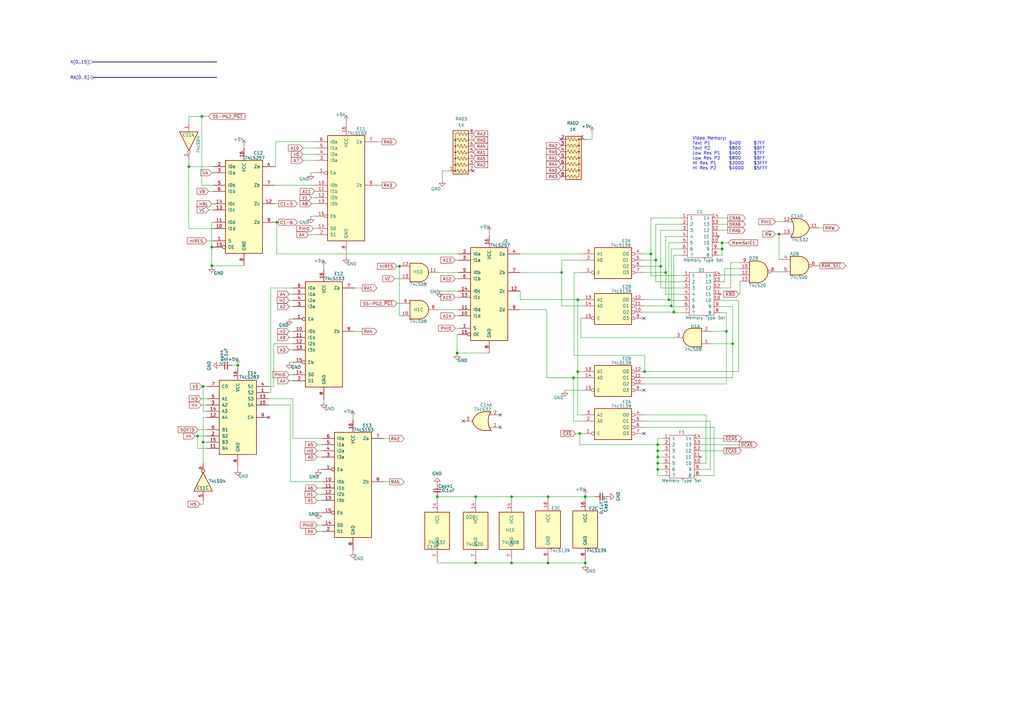
<source format=kicad_sch>
(kicad_sch (version 20230121) (generator eeschema)
  (paper "A3")
  (title_block (title "Apple II Schematic") (rev "0") (comment 1 "Captured from the Apple II Reference Manual (1979)"))
  (junction (at 86.868 108.966))
  (junction (at 240.03 203.687))
  (junction (at 113.538 91.186))
  (junction (at 163.83 109.22))
  (junction (at 271.018 109.22))
  (junction (at 195.072 203.708))
  (junction (at 275.336 125.476))
  (junction (at 83.312 181.356))
  (junction (at 209.804 203.708))
  (junction (at 269.748 189.992))
  (junction (at 269.748 182.372))
  (junction (at 195.072 230.886))
  (junction (at 224.79 230.886))
  (junction (at 300.482 140.97))
  (junction (at 273.05 111.76))
  (junction (at 240.03 230.886))
  (junction (at 237.744 177.8))
  (junction (at 82.804 47.752))
  (junction (at 269.748 187.452))
  (junction (at 81.026 178.816))
  (junction (at 296.164 99.568))
  (junction (at 209.804 230.886))
  (junction (at 269.748 192.532))
  (junction (at 187.452 144.78))
  (junction (at 230.378 111.76))
  (junction (at 224.79 203.708))
  (junction (at 236.982 152.4))
  (junction (at 269.748 184.912))
  (junction (at 266.954 104.14))
  (junction (at 297.942 135.89))
  (junction (at 274.32 122.936))
  (junction (at 264.414 152.4))
  (junction (at 86.868 101.346))
  (junction (at 83.312 158.496))
  (junction (at 276.352 128.016))
  (junction (at 268.986 106.68))
  (junction (at 77.47 68.326))
  (junction (at 296.164 102.108))
  (junction (at 235.204 154.94))
  (junction (at 240.03 203.708))
  (junction (at 319.532 96.012))
  (junction (at 179.3633 203.708))
  (junction (at 236.982 122.936))
  (junction (at 97.536 149.86))
  (no_connect (at 230.124 57.15))
  (no_connect (at 189.992 172.72))
  (no_connect (at 205.232 170.18))
  (no_connect (at 110.236 171.196))
  (no_connect (at 264.16 160.02))
  (no_connect (at 194.056 70.104))
  (no_connect (at 264.16 130.556))
  (no_connect (at 205.232 175.26))
  (no_connect (at 264.16 177.8))
  (wire (pts (xy 266.954 104.14) (xy 266.954 89.408)))
  (wire (pts (xy 237.744 182.372) (xy 269.748 182.372)))
  (wire (pts (xy 97.536 192.532) (xy 97.536 191.516)))
  (wire (pts (xy 235.966 177.8) (xy 237.744 177.8)))
  (wire (pts (xy 236.982 170.18) (xy 238.76 170.18)))
  (wire (pts (xy 264.414 152.4) (xy 303.022 152.4)))
  (wire (pts (xy 235.204 154.94) (xy 235.204 172.72)))
  (wire (pts (xy 110.998 161.036) (xy 110.998 118.11)))
  (wire (pts (xy 319.532 96.012) (xy 320.548 96.012)))
  (wire (pts (xy 303.022 120.65) (xy 303.53 120.65)))
  (wire (pts (xy 235.458 145.796) (xy 264.414 145.796)))
  (wire (pts (xy 298.704 99.568) (xy 296.164 99.568)))
  (wire (pts (xy 268.986 115.57) (xy 280.162 115.57)))
  (wire (pts (xy 279.4 97.028) (xy 273.05 97.028)))
  (wire (pts (xy 294.64 89.408) (xy 298.45 89.408)))
  (wire (pts (xy 272.034 195.072) (xy 269.748 195.072)))
  (wire (pts (xy 186.69 114.3) (xy 187.96 114.3)))
  (wire (pts (xy 130.048 187.452) (xy 132.08 187.452)))
  (wire (pts (xy 87.376 91.186) (xy 86.868 91.186)))
  (wire (pts (xy 295.402 123.19) (xy 303.022 123.19)))
  (wire (pts (xy 179.578 111.76) (xy 187.96 111.76)))
  (wire (pts (xy 82.804 47.752) (xy 77.47 47.752)))
  (wire (pts (xy 319.532 96.012) (xy 319.532 106.426)))
  (wire (pts (xy 292.862 175.26) (xy 292.862 195.072)))
  (wire (pts (xy 238.76 125.476) (xy 230.378 125.476)))
  (wire (pts (xy 113.03 58.166) (xy 129.286 58.166)))
  (wire (pts (xy 274.32 123.19) (xy 280.162 123.19)))
  (wire (pts (xy 240.03 231.394) (xy 240.03 230.886)))
  (wire (pts (xy 231.648 160.02) (xy 238.76 160.02)))
  (wire (pts (xy 83.312 168.656) (xy 84.836 168.656)))
  (wire (pts (xy 289.56 189.992) (xy 287.274 189.992)))
  (wire (pts (xy 195.072 230.886) (xy 209.804 230.886)))
  (wire (pts (xy 144.78 226.314) (xy 144.78 225.552)))
  (wire (pts (xy 318.008 90.932) (xy 320.548 90.932)))
  (bus (pts (xy 38.1 31.75) (xy 88.9 31.75)))
  (wire (pts (xy 273.05 111.76) (xy 273.05 120.65)))
  (wire (pts (xy 124.206 63.246) (xy 129.286 63.246)))
  (wire (pts (xy 186.69 121.92) (xy 187.96 121.92)))
  (wire (pts (xy 127.762 81.026) (xy 129.286 81.026)))
  (wire (pts (xy 224.79 203.708) (xy 240.03 203.708)))
  (wire (pts (xy 264.16 172.72) (xy 291.338 172.72)))
  (wire (pts (xy 187.452 145.034) (xy 187.452 144.78)))
  (wire (pts (xy 163.83 129.54) (xy 164.338 129.54)))
  (wire (pts (xy 240.03 203.687) (xy 240.03 203.708)))
  (wire (pts (xy 85.598 86.106) (xy 87.376 86.106)))
  (wire (pts (xy 120.142 179.832) (xy 132.08 179.832)))
  (wire (pts (xy 118.618 120.65) (xy 120.142 120.65)))
  (wire (pts (xy 335.788 93.472) (xy 337.82 93.472)))
  (wire (pts (xy 118.618 125.73) (xy 120.142 125.73)))
  (wire (pts (xy 118.618 153.67) (xy 120.142 153.67)))
  (wire (pts (xy 113.538 91.186) (xy 114.3 91.186)))
  (wire (pts (xy 186.69 106.68) (xy 187.96 106.68)))
  (wire (pts (xy 276.352 128.27) (xy 280.162 128.27)))
  (wire (pts (xy 86.868 101.346) (xy 86.868 108.966)))
  (wire (pts (xy 240.03 230.886) (xy 240.03 229.87)))
  (wire (pts (xy 110.236 166.116) (xy 119.126 166.116)))
  (wire (pts (xy 124.206 60.706) (xy 129.286 60.706)))
  (wire (pts (xy 264.16 128.016) (xy 276.352 128.016)))
  (wire (pts (xy 264.16 111.76) (xy 273.05 111.76)))
  (wire (pts (xy 295.402 118.11) (xy 299.72 118.11)))
  (wire (pts (xy 186.69 129.54) (xy 187.96 129.54)))
  (wire (pts (xy 124.206 65.786) (xy 129.286 65.786)))
  (wire (pts (xy 82.042 206.756) (xy 83.312 206.756)))
  (wire (pts (xy 119.126 197.612) (xy 132.08 197.612)))
  (wire (pts (xy 195.072 203.708) (xy 179.3633 203.708)))
  (wire (pts (xy 303.022 123.19) (xy 303.022 152.4)))
  (wire (pts (xy 238.76 154.94) (xy 235.204 154.94)))
  (wire (pts (xy 87.376 101.346) (xy 86.868 101.346)))
  (wire (pts (xy 85.598 78.486) (xy 87.376 78.486)))
  (wire (pts (xy 127.762 83.566) (xy 129.286 83.566)))
  (wire (pts (xy 82.804 158.496) (xy 83.312 158.496)))
  (wire (pts (xy 297.18 110.236) (xy 303.53 110.236)))
  (wire (pts (xy 163.83 109.22) (xy 163.83 129.54)))
  (wire (pts (xy 295.402 115.57) (xy 297.18 115.57)))
  (wire (pts (xy 279.4 89.408) (xy 266.954 89.408)))
  (wire (pts (xy 319.532 106.426) (xy 320.294 106.426)))
  (wire (pts (xy 209.804 230.378) (xy 209.804 230.886)))
  (wire (pts (xy 81.026 178.816) (xy 81.026 183.896)))
  (wire (pts (xy 110.236 163.576) (xy 120.142 163.576)))
  (wire (pts (xy 238.252 138.43) (xy 238.252 130.556)))
  (wire (pts (xy 287.274 182.372) (xy 303.276 182.372)))
  (wire (pts (xy 268.986 106.68) (xy 268.986 91.948)))
  (wire (pts (xy 224.282 127) (xy 224.282 154.94)))
  (wire (pts (xy 236.982 122.936) (xy 236.982 152.4)))
  (wire (pts (xy 118.618 143.51) (xy 120.142 143.51)))
  (wire (pts (xy 303.53 120.65) (xy 303.53 115.316)))
  (wire (pts (xy 264.16 175.26) (xy 292.862 175.26)))
  (wire (pts (xy 127.508 88.646) (xy 129.286 88.646)))
  (wire (pts (xy 163.83 109.22) (xy 164.338 109.22)))
  (wire (pts (xy 83.312 181.356) (xy 84.836 181.356)))
  (wire (pts (xy 112.268 158.496) (xy 112.268 140.97)))
  (wire (pts (xy 279.4 91.948) (xy 268.986 91.948)))
  (wire (pts (xy 279.4 99.568) (xy 274.32 99.568)))
  (wire (pts (xy 275.336 125.73) (xy 275.336 125.476)))
  (wire (pts (xy 238.76 122.936) (xy 236.982 122.936)))
  (wire (pts (xy 154.686 75.946) (xy 156.718 75.946)))
  (wire (pts (xy 242.824 54.61) (xy 242.824 57.15)))
  (wire (pts (xy 299.72 118.11) (xy 299.72 107.696)))
  (wire (pts (xy 268.986 106.68) (xy 268.986 115.57)))
  (wire (pts (xy 200.66 95.504) (xy 200.66 96.52)))
  (wire (pts (xy 235.458 111.76) (xy 235.458 145.796)))
  (wire (pts (xy 83.312 206.756) (xy 83.312 205.232)))
  (wire (pts (xy 84.836 171.196) (xy 83.312 171.196)))
  (wire (pts (xy 264.16 154.94) (xy 300.482 154.94)))
  (wire (pts (xy 209.804 230.886) (xy 224.79 230.886)))
  (wire (pts (xy 187.452 144.78) (xy 200.66 144.78)))
  (wire (pts (xy 83.312 189.992) (xy 83.312 181.356)))
  (wire (pts (xy 162.814 109.22) (xy 163.83 109.22)))
  (wire (pts (xy 236.982 152.4) (xy 238.76 152.4)))
  (wire (pts (xy 287.274 195.072) (xy 292.862 195.072)))
  (wire (pts (xy 335.534 108.966) (xy 336.296 108.966)))
  (wire (pts (xy 112.776 83.566) (xy 114.3 83.566)))
  (wire (pts (xy 264.414 152.4) (xy 264.16 152.4)))
  (wire (pts (xy 118.618 135.89) (xy 120.142 135.89)))
  (wire (pts (xy 269.748 184.912) (xy 269.748 182.372)))
  (wire (pts (xy 179.324 203.708) (xy 179.324 204.978)))
  (wire (pts (xy 86.868 70.866) (xy 87.376 70.866)))
  (wire (pts (xy 295.402 128.27) (xy 297.942 128.27)))
  (wire (pts (xy 128.524 93.726) (xy 129.286 93.726)))
  (wire (pts (xy 245.11 203.687) (xy 245.11 203.708)))
  (wire (pts (xy 179.324 230.886) (xy 179.324 230.378)))
  (wire (pts (xy 213.36 127) (xy 224.282 127)))
  (wire (pts (xy 110.998 118.11) (xy 120.142 118.11)))
  (wire (pts (xy 187.452 144.78) (xy 187.452 137.16)))
  (wire (pts (xy 80.01 178.816) (xy 81.026 178.816)))
  (wire (pts (xy 224.79 230.886) (xy 240.03 230.886)))
  (wire (pts (xy 156.718 58.166) (xy 154.686 58.166)))
  (wire (pts (xy 296.164 102.108) (xy 296.164 99.568)))
  (wire (pts (xy 279.4 102.108) (xy 275.336 102.108)))
  (wire (pts (xy 224.79 204.47) (xy 224.79 203.708)))
  (wire (pts (xy 162.814 124.46) (xy 164.338 124.46)))
  (wire (pts (xy 95.25 149.86) (xy 97.536 149.86)))
  (wire (pts (xy 272.034 192.532) (xy 269.748 192.532)))
  (wire (pts (xy 274.32 99.568) (xy 274.32 122.936)))
  (wire (pts (xy 271.018 109.22) (xy 271.018 118.11)))
  (wire (pts (xy 130.048 200.152) (xy 132.08 200.152)))
  (wire (pts (xy 157.48 197.612) (xy 159.766 197.612)))
  (wire (pts (xy 240.03 203.687) (xy 245.11 203.687)))
  (wire (pts (xy 180.34 119.38) (xy 187.96 119.38)))
  (wire (pts (xy 129.032 78.486) (xy 129.286 78.486)))
  (wire (pts (xy 83.312 158.496) (xy 83.312 168.656)))
  (wire (pts (xy 77.47 65.532) (xy 77.47 68.326)))
  (wire (pts (xy 291.338 172.72) (xy 291.338 192.532)))
  (wire (pts (xy 264.16 170.18) (xy 289.56 170.18)))
  (wire (pts (xy 181.356 70.104) (xy 181.356 73.914)))
  (wire (pts (xy 118.618 130.81) (xy 120.142 130.81)))
  (wire (pts (xy 127.508 71.12) (xy 127.508 70.866)))
  (wire (pts (xy 183.896 70.104) (xy 181.356 70.104)))
  (wire (pts (xy 83.312 171.196) (xy 83.312 181.356)))
  (wire (pts (xy 119.126 166.116) (xy 119.126 197.612)))
  (wire (pts (xy 85.598 47.752) (xy 82.804 47.752)))
  (wire (pts (xy 112.268 140.97) (xy 120.142 140.97)))
  (wire (pts (xy 113.538 104.14) (xy 187.96 104.14)))
  (wire (pts (xy 132.842 109.474) (xy 132.842 110.49)))
  (wire (pts (xy 273.05 111.76) (xy 273.05 97.028)))
  (wire (pts (xy 275.336 102.108) (xy 275.336 125.476)))
  (wire (pts (xy 264.16 122.936) (xy 274.32 122.936)))
  (wire (pts (xy 132.842 164.846) (xy 132.842 163.83)))
  (wire (pts (xy 77.47 93.726) (xy 87.376 93.726)))
  (wire (pts (xy 118.618 138.43) (xy 120.142 138.43)))
  (wire (pts (xy 272.034 187.452) (xy 269.748 187.452)))
  (wire (pts (xy 297.18 115.57) (xy 297.18 110.236)))
  (wire (pts (xy 264.16 106.68) (xy 268.986 106.68)))
  (wire (pts (xy 271.018 118.11) (xy 280.162 118.11)))
  (wire (pts (xy 296.164 99.568) (xy 294.64 99.568)))
  (wire (pts (xy 110.236 158.496) (xy 112.268 158.496)))
  (wire (pts (xy 113.03 68.326) (xy 113.03 58.166)))
  (wire (pts (xy 213.36 104.14) (xy 238.76 104.14)))
  (wire (pts (xy 224.79 229.87) (xy 224.79 230.886)))
  (wire (pts (xy 271.018 109.22) (xy 271.018 94.488)))
  (wire (pts (xy 279.4 104.648) (xy 276.352 104.648)))
  (wire (pts (xy 273.05 120.65) (xy 280.162 120.65)))
  (wire (pts (xy 294.64 104.648) (xy 296.164 104.648)))
  (wire (pts (xy 269.748 187.452) (xy 269.748 184.912)))
  (wire (pts (xy 238.76 111.76) (xy 235.458 111.76)))
  (wire (pts (xy 269.748 189.992) (xy 269.748 187.452)))
  (wire (pts (xy 82.55 163.576) (xy 84.836 163.576)))
  (wire (pts (xy 77.47 68.326) (xy 77.47 93.726)))
  (wire (pts (xy 287.274 179.832) (xy 296.926 179.832)))
  (wire (pts (xy 130.048 182.372) (xy 132.08 182.372)))
  (wire (pts (xy 213.36 122.936) (xy 236.982 122.936)))
  (wire (pts (xy 269.748 192.532) (xy 269.748 189.992)))
  (wire (pts (xy 209.804 204.978) (xy 209.804 203.708)))
  (wire (pts (xy 264.16 125.476) (xy 275.336 125.476)))
  (wire (pts (xy 269.748 182.372) (xy 269.748 179.832)))
  (wire (pts (xy 195.072 203.708) (xy 195.072 204.978)))
  (wire (pts (xy 130.556 192.532) (xy 132.08 192.532)))
  (wire (pts (xy 209.804 203.708) (xy 224.79 203.708)))
  (wire (pts (xy 118.618 148.59) (xy 120.142 148.59)))
  (wire (pts (xy 238.252 138.43) (xy 276.352 138.43)))
  (wire (pts (xy 264.16 104.14) (xy 266.954 104.14)))
  (wire (pts (xy 266.954 104.14) (xy 266.954 113.03)))
  (wire (pts (xy 118.618 123.19) (xy 120.142 123.19)))
  (wire (pts (xy 100.076 59.944) (xy 100.076 60.706)))
  (wire (pts (xy 276.352 128.27) (xy 276.352 128.016)))
  (bus (pts (xy 38.1 25.4) (xy 88.9 25.4)))
  (wire (pts (xy 130.048 202.692) (xy 132.08 202.692)))
  (wire (pts (xy 296.164 104.648) (xy 296.164 102.108)))
  (wire (pts (xy 112.776 91.186) (xy 113.538 91.186)))
  (wire (pts (xy 81.026 183.896) (xy 84.836 183.896)))
  (wire (pts (xy 130.048 205.232) (xy 132.08 205.232)))
  (wire (pts (xy 84.836 178.816) (xy 81.026 178.816)))
  (wire (pts (xy 237.744 177.8) (xy 237.744 182.372)))
  (wire (pts (xy 130.556 210.312) (xy 132.08 210.312)))
  (wire (pts (xy 275.336 125.73) (xy 280.162 125.73)))
  (wire (pts (xy 97.536 149.86) (xy 97.536 150.876)))
  (wire (pts (xy 141.986 105.41) (xy 141.986 103.886)))
  (wire (pts (xy 148.59 135.89) (xy 145.542 135.89)))
  (wire (pts (xy 113.538 91.186) (xy 113.538 104.14)))
  (wire (pts (xy 161.798 114.3) (xy 164.338 114.3)))
  (wire (pts (xy 81.28 176.276) (xy 84.836 176.276)))
  (wire (pts (xy 224.282 154.94) (xy 235.204 154.94)))
  (wire (pts (xy 110.236 161.036) (xy 110.998 161.036)))
  (wire (pts (xy 230.378 125.476) (xy 230.378 111.76)))
  (wire (pts (xy 213.36 111.76) (xy 230.378 111.76)))
  (wire (pts (xy 294.64 91.948) (xy 298.45 91.948)))
  (wire (pts (xy 269.748 195.072) (xy 269.748 192.532)))
  (wire (pts (xy 87.376 75.946) (xy 82.804 75.946)))
  (wire (pts (xy 240.284 57.15) (xy 242.824 57.15)))
  (wire (pts (xy 272.034 184.912) (xy 269.748 184.912)))
  (wire (pts (xy 112.776 68.326) (xy 113.03 68.326)))
  (wire (pts (xy 83.312 158.496) (xy 84.836 158.496)))
  (wire (pts (xy 209.804 203.708) (xy 195.072 203.708)))
  (wire (pts (xy 295.402 113.03) (xy 295.402 112.776)))
  (wire (pts (xy 299.72 107.696) (xy 303.53 107.696)))
  (wire (pts (xy 300.482 140.97) (xy 300.482 154.94)))
  (wire (pts (xy 272.034 189.992) (xy 269.748 189.992)))
  (wire (pts (xy 186.69 134.62) (xy 187.96 134.62)))
  (wire (pts (xy 112.776 75.946) (xy 129.286 75.946)))
  (wire (pts (xy 289.56 170.18) (xy 289.56 189.992)))
  (wire (pts (xy 141.986 49.784) (xy 141.986 50.546)))
  (wire (pts (xy 264.16 157.48) (xy 297.942 157.48)))
  (wire (pts (xy 195.072 230.378) (xy 195.072 230.886)))
  (wire (pts (xy 130.048 215.392) (xy 132.08 215.392)))
  (wire (pts (xy 279.4 94.488) (xy 271.018 94.488)))
  (wire (pts (xy 86.868 83.566) (xy 87.376 83.566)))
  (wire (pts (xy 230.378 106.68) (xy 238.76 106.68)))
  (wire (pts (xy 318.008 96.012) (xy 319.532 96.012)))
  (wire (pts (xy 230.378 111.76) (xy 230.378 106.68)))
  (wire (pts (xy 266.954 113.03) (xy 280.162 113.03)))
  (wire (pts (xy 318.77 111.506) (xy 320.294 111.506)))
  (wire (pts (xy 84.836 98.806) (xy 87.376 98.806)))
  (wire (pts (xy 237.744 177.8) (xy 238.76 177.8)))
  (wire (pts (xy 82.804 75.946) (xy 82.804 47.752)))
  (wire (pts (xy 148.59 118.11) (xy 145.542 118.11)))
  (wire (pts (xy 240.03 203.2) (xy 240.03 203.687)))
  (wire (pts (xy 287.274 192.532) (xy 291.338 192.532)))
  (wire (pts (xy 179.578 127) (xy 187.96 127)))
  (wire (pts (xy 297.942 128.27) (xy 297.942 135.89)))
  (wire (pts (xy 86.868 108.966) (xy 86.868 109.22)))
  (wire (pts (xy 240.03 203.708) (xy 240.03 204.47)))
  (wire (pts (xy 157.48 179.832) (xy 159.766 179.832)))
  (wire (pts (xy 118.618 156.21) (xy 120.142 156.21)))
  (wire (pts (xy 187.452 137.16) (xy 187.96 137.16)))
  (wire (pts (xy 144.78 171.196) (xy 144.78 172.212)))
  (wire (pts (xy 291.592 140.97) (xy 300.482 140.97)))
  (wire (pts (xy 127.508 88.9) (xy 127.508 88.646)))
  (wire (pts (xy 213.36 119.38) (xy 213.36 122.936)))
  (wire (pts (xy 276.352 104.648) (xy 276.352 128.016)))
  (wire (pts (xy 127.508 70.866) (xy 129.286 70.866)))
  (wire (pts (xy 77.47 47.752) (xy 77.47 50.292)))
  (wire (pts (xy 269.748 179.832) (xy 272.034 179.832)))
  (wire (pts (xy 238.252 130.556) (xy 238.76 130.556)))
  (wire (pts (xy 179.3633 203.708) (xy 179.324 203.708)))
  (wire (pts (xy 195.072 230.886) (xy 179.324 230.886)))
  (wire (pts (xy 295.402 125.73) (xy 300.482 125.73)))
  (wire (pts (xy 126.492 96.266) (xy 129.286 96.266)))
  (wire (pts (xy 294.64 102.108) (xy 296.164 102.108)))
  (wire (pts (xy 86.868 91.186) (xy 86.868 101.346)))
  (wire (pts (xy 297.942 135.89) (xy 297.942 157.48)))
  (wire (pts (xy 235.204 172.72) (xy 238.76 172.72)))
  (wire (pts (xy 245.11 203.708) (xy 244.094 203.708)))
  (wire (pts (xy 82.55 166.116) (xy 84.836 166.116)))
  (wire (pts (xy 300.482 125.73) (xy 300.482 140.97)))
  (wire (pts (xy 264.414 152.4) (xy 264.414 145.796)))
  (wire (pts (xy 295.402 112.776) (xy 303.53 112.776)))
  (wire (pts (xy 264.16 109.22) (xy 271.018 109.22)))
  (wire (pts (xy 130.048 184.912) (xy 132.08 184.912)))
  (wire (pts (xy 272.034 182.372) (xy 269.748 182.372)))
  (wire (pts (xy 274.32 123.19) (xy 274.32 122.936)))
  (wire (pts (xy 100.076 108.966) (xy 86.868 108.966)))
  (wire (pts (xy 291.592 135.89) (xy 297.942 135.89)))
  (wire (pts (xy 287.274 184.912) (xy 296.926 184.912)))
  (wire (pts (xy 130.048 217.932) (xy 132.08 217.932)))
  (wire (pts (xy 120.142 163.576) (xy 120.142 179.832)))
  (wire (pts (xy 87.376 68.326) (xy 77.47 68.326)))
  (wire (pts (xy 236.982 152.4) (xy 236.982 170.18)))
  (wire (pts (xy 294.64 94.488) (xy 298.45 94.488)))
  (text "Video Memory:\nText P1		$400	$7FF\nText P2		$800	$BFF\nLow Res P1	$400	$7FF\nLow Res P2	$800	$BFF\nHi Res P1	$2000	$3FFF\nHi Res P2	$4000	$5FFF" (at 283.972 69.85 0) (effects (font (size 1.27 1.27)) (justify left bottom)))
  (global_label "SS-PG2_~{PG1}" (shape input) (at 85.598 47.752 0) (property "Intersheetrefs" "${INTERSHEET_REFS}" (effects hide)))
  (global_label "PHI0" (shape input) (at 118.618 153.67 180) (property "Intersheetrefs" "${INTERSHEET_REFS}" (effects hide)))
  (global_label "RA2" (shape input) (at 230.124 59.69 180) (property "Intersheetrefs" "${INTERSHEET_REFS}" (effects hide)))
  (global_label "V2" (shape input) (at 118.618 135.89 180) (property "Intersheetrefs" "${INTERSHEET_REFS}" (effects hide)))
  (global_label "~{CAS}" (shape input) (at 235.966 177.8 180) (property "Intersheetrefs" "${INTERSHEET_REFS}" (effects hide)))
  (global_label "V1" (shape input) (at 127.762 81.026 180) (property "Intersheetrefs" "${INTERSHEET_REFS}" (effects hide)))
  (global_label "~{DCAS}" (shape output) (at 303.276 182.372 0) (property "Intersheetrefs" "${INTERSHEET_REFS}" (effects hide)))
  (global_label "RA4" (shape input) (at 230.124 67.31 180) (property "Intersheetrefs" "${INTERSHEET_REFS}" (effects hide)))
  (global_label "~{CCAS}" (shape output) (at 296.926 179.832 0) (property "Intersheetrefs" "${INTERSHEET_REFS}" (effects hide)))
  (global_label "A0" (shape input) (at 130.048 187.452 180) (property "Intersheetrefs" "${INTERSHEET_REFS}" (effects hide)))
  (global_label "H5" (shape input) (at 82.042 206.756 180) (property "Intersheetrefs" "${INTERSHEET_REFS}" (effects hide)))
  (global_label "RA1" (shape input) (at 194.056 62.484 0) (property "Intersheetrefs" "${INTERSHEET_REFS}" (effects hide)))
  (global_label "HIRES" (shape input) (at 162.814 109.22 180) (property "Intersheetrefs" "${INTERSHEET_REFS}" (effects hide)))
  (global_label "A10" (shape input) (at 124.206 60.706 180) (property "Intersheetrefs" "${INTERSHEET_REFS}" (effects hide)))
  (global_label "RA4" (shape input) (at 194.056 59.944 0) (property "Intersheetrefs" "${INTERSHEET_REFS}" (effects hide)))
  (global_label "RA4" (shape output) (at 148.59 135.89 0) (property "Intersheetrefs" "${INTERSHEET_REFS}" (effects hide)))
  (global_label "VC" (shape input) (at 85.598 86.106 180) (property "Intersheetrefs" "${INTERSHEET_REFS}" (effects hide)))
  (global_label "A11" (shape input) (at 129.032 78.486 180) (property "Intersheetrefs" "${INTERSHEET_REFS}" (effects hide)))
  (global_label "RA0" (shape output) (at 156.718 58.166 0) (property "Intersheetrefs" "${INTERSHEET_REFS}" (effects hide)))
  (global_label "~{RAM_SEL}" (shape output) (at 336.296 108.966 0) (property "Intersheetrefs" "${INTERSHEET_REFS}" (effects hide)))
  (global_label "A1" (shape input) (at 130.048 205.232 180) (property "Intersheetrefs" "${INTERSHEET_REFS}" (effects hide)))
  (global_label "PHI0" (shape input) (at 130.048 215.392 180) (property "Intersheetrefs" "${INTERSHEET_REFS}" (effects hide)))
  (global_label "RRW" (shape output) (at 337.82 93.472 0) (property "Intersheetrefs" "${INTERSHEET_REFS}" (effects hide)))
  (global_label "AX" (shape input) (at 126.492 96.266 180) (property "Intersheetrefs" "${INTERSHEET_REFS}" (effects hide)))
  (global_label "A14" (shape input) (at 186.69 129.54 180) (property "Intersheetrefs" "${INTERSHEET_REFS}" (effects hide)))
  (global_label "H4" (shape input) (at 82.55 166.116 180) (property "Intersheetrefs" "${INTERSHEET_REFS}" (effects hide)))
  (global_label "HIRES" (shape input) (at 84.836 98.806 180) (property "Intersheetrefs" "${INTERSHEET_REFS}" (effects hide)))
  (global_label "H2" (shape input) (at 118.618 123.19 180) (property "Intersheetrefs" "${INTERSHEET_REFS}" (effects hide)))
  (global_label "C1-5" (shape output) (at 114.3 83.566 0) (property "Intersheetrefs" "${INTERSHEET_REFS}" (effects hide)))
  (global_label "A13" (shape input) (at 186.69 106.68 180) (property "Intersheetrefs" "${INTERSHEET_REFS}" (effects hide)))
  (global_label "H1" (shape input) (at 130.048 202.692 180) (property "Intersheetrefs" "${INTERSHEET_REFS}" (effects hide)))
  (global_label "RA3" (shape output) (at 156.718 75.946 0) (property "Intersheetrefs" "${INTERSHEET_REFS}" (effects hide)))
  (global_label "H0" (shape input) (at 130.048 184.912 180) (property "Intersheetrefs" "${INTERSHEET_REFS}" (effects hide)))
  (global_label "RA0" (shape input) (at 230.124 69.85 180) (property "Intersheetrefs" "${INTERSHEET_REFS}" (effects hide)))
  (global_label "A6" (shape input) (at 130.048 200.152 180) (property "Intersheetrefs" "${INTERSHEET_REFS}" (effects hide)))
  (global_label "A9" (shape input) (at 118.618 138.43 180) (property "Intersheetrefs" "${INTERSHEET_REFS}" (effects hide)))
  (global_label "RA2" (shape output) (at 159.766 179.832 0) (property "Intersheetrefs" "${INTERSHEET_REFS}" (effects hide)))
  (global_label "AX" (shape input) (at 118.618 156.21 180) (property "Intersheetrefs" "${INTERSHEET_REFS}" (effects hide)))
  (global_label "RA5" (shape output) (at 159.766 197.612 0) (property "Intersheetrefs" "${INTERSHEET_REFS}" (effects hide)))
  (global_label "V0" (shape input) (at 124.206 63.246 180) (property "Intersheetrefs" "${INTERSHEET_REFS}" (effects hide)))
  (global_label "VC" (shape input) (at 161.798 114.3 180) (property "Intersheetrefs" "${INTERSHEET_REFS}" (effects hide)))
  (global_label "C1-6" (shape output) (at 114.3 91.186 0) (property "Intersheetrefs" "${INTERSHEET_REFS}" (effects hide)))
  (global_label "RA2" (shape input) (at 194.056 67.564 0) (property "Intersheetrefs" "${INTERSHEET_REFS}" (effects hide)))
  (global_label "ERA6" (shape output) (at 298.45 94.488 0) (property "Intersheetrefs" "${INTERSHEET_REFS}" (effects hide)))
  (global_label "A8" (shape input) (at 127.762 83.566 180) (property "Intersheetrefs" "${INTERSHEET_REFS}" (effects hide)))
  (global_label "DRA6" (shape output) (at 298.45 91.948 0) (property "Intersheetrefs" "${INTERSHEET_REFS}" (effects hide)))
  (global_label "SS-PG2_~{PG1}" (shape input) (at 162.814 124.46 180) (property "Intersheetrefs" "${INTERSHEET_REFS}" (effects hide)))
  (global_label "A15" (shape input) (at 186.69 121.92 180) (property "Intersheetrefs" "${INTERSHEET_REFS}" (effects hide)))
  (global_label "A7" (shape input) (at 124.206 65.786 180) (property "Intersheetrefs" "${INTERSHEET_REFS}" (effects hide)))
  (global_label "RA1" (shape input) (at 230.124 64.77 180) (property "Intersheetrefs" "${INTERSHEET_REFS}" (effects hide)))
  (global_label "RA5" (shape input) (at 230.124 62.23 180) (property "Intersheetrefs" "${INTERSHEET_REFS}" (effects hide)))
  (global_label "V4" (shape input) (at 80.01 178.816 180) (property "Intersheetrefs" "${INTERSHEET_REFS}" (effects hide)))
  (global_label "MemSelE1" (shape input) (at 298.704 99.568 0) (property "Intersheetrefs" "${INTERSHEET_REFS}" (effects hide)))
  (global_label "A2" (shape input) (at 118.618 125.73 180) (property "Intersheetrefs" "${INTERSHEET_REFS}" (effects hide)))
  (global_label "RA1" (shape output) (at 148.59 118.11 0) (property "Intersheetrefs" "${INTERSHEET_REFS}" (effects hide)))
  (global_label "PHI0" (shape input) (at 128.524 93.726 180) (property "Intersheetrefs" "${INTERSHEET_REFS}" (effects hide)))
  (global_label "PHI1" (shape input) (at 318.008 90.932 180) (property "Intersheetrefs" "${INTERSHEET_REFS}" (effects hide)))
  (global_label "VB" (shape input) (at 85.598 78.486 180) (property "Intersheetrefs" "${INTERSHEET_REFS}" (effects hide)))
  (global_label "A4" (shape input) (at 118.618 120.65 180) (property "Intersheetrefs" "${INTERSHEET_REFS}" (effects hide)))
  (global_label "PHI0" (shape input) (at 186.69 134.62 180) (property "Intersheetrefs" "${INTERSHEET_REFS}" (effects hide)))
  (global_label "V3" (shape input) (at 82.804 158.496 180) (property "Intersheetrefs" "${INTERSHEET_REFS}" (effects hide)))
  (global_label "RA3" (shape input) (at 194.056 54.864 0) (property "Intersheetrefs" "${INTERSHEET_REFS}" (effects hide)))
  (global_label "RA0" (shape input) (at 194.056 57.404 0) (property "Intersheetrefs" "${INTERSHEET_REFS}" (effects hide)))
  (global_label "RA3" (shape input) (at 230.124 72.39 180) (property "Intersheetrefs" "${INTERSHEET_REFS}" (effects hide)))
  (global_label "A3" (shape input) (at 118.618 143.51 180) (property "Intersheetrefs" "${INTERSHEET_REFS}" (effects hide)))
  (global_label "AX" (shape input) (at 130.048 217.932 180) (property "Intersheetrefs" "${INTERSHEET_REFS}" (effects hide)))
  (global_label "SOFT5" (shape input) (at 81.28 176.276 180) (property "Intersheetrefs" "${INTERSHEET_REFS}" (effects hide)))
  (global_label "H3" (shape input) (at 82.55 163.576 180) (property "Intersheetrefs" "${INTERSHEET_REFS}" (effects hide)))
  (global_label "~{ECAS}" (shape output) (at 296.926 184.912 0) (property "Intersheetrefs" "${INTERSHEET_REFS}" (effects hide)))
  (global_label "RA5" (shape input) (at 194.056 65.024 0) (property "Intersheetrefs" "${INTERSHEET_REFS}" (effects hide)))
  (global_label "R~{W}" (shape input) (at 318.008 96.012 180) (property "Intersheetrefs" "${INTERSHEET_REFS}" (effects hide)))
  (global_label "HBL" (shape input) (at 86.868 83.566 180) (property "Intersheetrefs" "${INTERSHEET_REFS}" (effects hide)))
  (global_label "~{KBD}" (shape input) (at 303.022 120.65 180) (property "Intersheetrefs" "${INTERSHEET_REFS}" (effects hide)))
  (global_label "VA" (shape input) (at 86.868 70.866 180) (property "Intersheetrefs" "${INTERSHEET_REFS}" (effects hide)))
  (global_label "A5" (shape input) (at 130.048 182.372 180) (property "Intersheetrefs" "${INTERSHEET_REFS}" (effects hide)))
  (global_label "A12" (shape input) (at 186.69 114.3 180) (property "Intersheetrefs" "${INTERSHEET_REFS}" (effects hide)))
  (global_label "CRA6" (shape output) (at 298.45 89.408 0) (property "Intersheetrefs" "${INTERSHEET_REFS}" (effects hide)))
  (hierarchical_label "RA[0..5]" (shape output) (at 38.1 31.75 180))
  (hierarchical_label "A[0..15]" (shape input) (at 38.1 25.4 180))
  (symbol (lib_id "74xx:74LS153") (at 141.986 75.946 0) (unit 1)
    (property "Reference" "E11" (at 148.082 52.832 0))
    (property "Value" "74LS153" (at 146.304 54.61 0))
    (property "Footprint" "Package_DIP:DIP-16_W7.62mm" (effects hide))
    (property "Datasheet" "http://www.ti.com/lit/gpn/sn74LS153" (effects hide))
  )
  (symbol (lib_id "74xx:74LS153") (at 132.842 135.89 0) (unit 1)
    (property "Reference" "E12" (at 138.938 112.268 0))
    (property "Value" "74LS153" (at 137.16 114.3 0))
    (property "Footprint" "Package_DIP:DIP-16_W7.62mm" (effects hide))
    (property "Datasheet" "http://www.ti.com/lit/gpn/sn74LS153" (effects hide))
  )
  (symbol (lib_id "74xx:74LS153") (at 144.78 197.612 0) (unit 1)
    (property "Reference" "E13" (at 150.622 174.498 0))
    (property "Value" "74LS153" (at 149.098 176.276 0))
    (property "Footprint" "Package_DIP:DIP-16_W7.62mm" (effects hide))
    (property "Datasheet" "http://www.ti.com/lit/gpn/sn74LS153" (effects hide))
  )
  (symbol (lib_id "74xx:74LS283") (at 97.536 171.196 0) (unit 1)
    (property "Reference" "E14" (at 103.378 152.908 0))
    (property "Value" "74LS283" (at 102.108 154.686 0))
    (property "Footprint" "Package_DIP:DIP-16_W7.62mm" (effects hide))
    (property "Datasheet" "http://www.ti.com/lit/gpn/sn74LS283" (effects hide))
  )
  (symbol (lib_id "74xx:74LS257") (at 100.076 83.566 0) (unit 1)
    (property "Reference" "C12" (at 105.918 62.738 0))
    (property "Value" "74LS257" (at 104.394 64.77 0))
    (property "Footprint" "Package_DIP:DIP-16_W7.62mm" (effects hide))
    (property "Datasheet" "http://www.ti.com/lit/gpn/sn74LS257" (effects hide))
  )
  (symbol (lib_id "74xx:74LS257") (at 200.66 119.38 0) (unit 1)
    (property "Reference" "J1" (at 207.264 98.806 0))
    (property "Value" "74LS257" (at 204.978 100.584 0))
    (property "Footprint" "Package_DIP:DIP-16_W7.62mm" (effects hide))
    (property "Datasheet" "http://www.ti.com/lit/gpn/sn74LS257" (effects hide))
  )
  (symbol (lib_id "74xx:74LS139") (at 251.46 172.72 0) (unit 1)
    (property "Reference" "F2" (at 257.048 164.846 0))
    (property "Value" "74LS139" (at 254.762 166.624 0))
    (property "Footprint" "Package_DIP:DIP-16_W7.62mm" (effects hide))
    (property "Datasheet" "http://www.ti.com/lit/ds/symlink/sn74ls139a.pdf" (effects hide))
  )
  (symbol (lib_id "74xx:74LS139") (at 251.46 154.94 0) (unit 2)
    (property "Reference" "F2" (at 257.048 147.066 0))
    (property "Value" "74LS139" (at 254.762 148.844 0))
    (property "Footprint" "Package_DIP:DIP-16_W7.62mm" (effects hide))
    (property "Datasheet" "http://www.ti.com/lit/ds/symlink/sn74ls139a.pdf" (effects hide))
  )
  (symbol (lib_id "74xx:74LS139") (at 240.03 217.17 0) (unit 3)
    (property "Reference" "F2" (at 241.554 208.534 0) (effects (justify left)))
    (property "Value" "74LS139" (at 240.284 225.806 0) (effects (justify left)))
    (property "Footprint" "Package_DIP:DIP-16_W7.62mm" (effects hide))
    (property "Datasheet" "http://www.ti.com/lit/ds/symlink/sn74ls139a.pdf" (effects hide))
  )
  (symbol (lib_id "74xx:74LS139") (at 251.46 106.68 0) (unit 1)
    (property "Reference" "E2" (at 256.794 98.806 0))
    (property "Value" "74LS139" (at 254.508 100.584 0))
    (property "Footprint" "Package_DIP:DIP-16_W7.62mm" (effects hide))
    (property "Datasheet" "http://www.ti.com/lit/ds/symlink/sn74ls139a.pdf" (effects hide))
  )
  (symbol (lib_id "74xx:74LS139") (at 251.46 125.476 0) (unit 2)
    (property "Reference" "E2" (at 257.048 117.602 0))
    (property "Value" "74LS139" (at 254.762 119.38 0))
    (property "Footprint" "Package_DIP:DIP-16_W7.62mm" (effects hide))
    (property "Datasheet" "http://www.ti.com/lit/ds/symlink/sn74ls139a.pdf" (effects hide))
  )
  (symbol (lib_id "74xx:74LS139") (at 224.79 217.17 0) (unit 3)
    (property "Reference" "E2" (at 226.06 208.534 0) (effects (justify left)))
    (property "Value" "74LS139" (at 225.298 225.806 0) (effects (justify left)))
    (property "Footprint" "Package_DIP:DIP-16_W7.62mm" (effects hide))
    (property "Datasheet" "http://www.ti.com/lit/ds/symlink/sn74ls139a.pdf" (effects hide))
  )
  (symbol (lib_id "power:GND") (at 141.986 105.41 0) (unit 1)
    (property "Reference" "#PWR0264" (effects hide))
    (property "Value" "GND" (at 144.272 108.204 0))
  )
  (symbol (lib_id "power:GND") (at 127.508 71.12 0) (unit 1)
    (property "Reference" "#PWR0265" (effects hide))
    (property "Value" "GND" (at 124.714 73.406 0))
  )
  (symbol (lib_id "power:GND") (at 127.508 88.9 0) (unit 1)
    (property "Reference" "#PWR0266" (effects hide))
    (property "Value" "GND" (at 124.714 91.186 0))
  )
  (symbol (lib_id "power:GND") (at 86.868 109.22 0) (unit 1)
    (property "Reference" "#PWR0267" (effects hide))
    (property "Value" "GND" (at 89.662 112.014 0))
  )
  (symbol (lib_id "74xx:74LS04") (at 77.47 57.912 270) (unit 1)
    (property "Reference" "C11" (at 79.756 55.372 90) (effects (justify right)))
    (property "Value" "74LS04" (at 81.28 62.992 0) (effects (justify right)))
    (property "Footprint" "Package_DIP:DIP-14_W7.62mm" (effects hide))
    (property "Datasheet" "http://www.ti.com/lit/gpn/sn74LS04" (effects hide))
  )
  (symbol (lib_id "power:+5V") (at 100.076 59.944 0) (unit 1)
    (property "Reference" "#PWR0268" (effects hide))
    (property "Value" "+5V" (at 97.79 57.15 0))
  )
  (symbol (lib_id "power:+5V") (at 141.986 49.784 0) (unit 1)
    (property "Reference" "#PWR0269" (effects hide))
    (property "Value" "+5V" (at 139.7 46.99 0))
  )
  (symbol (lib_id "power:+5V") (at 132.842 109.474 0) (unit 1)
    (property "Reference" "#PWR0270" (effects hide))
    (property "Value" "+5V" (at 130.81 106.934 0))
  )
  (symbol (lib_id "power:GND") (at 132.842 164.846 0) (unit 1)
    (property "Reference" "#PWR0271" (effects hide))
    (property "Value" "GND" (at 135.128 167.64 0))
  )
  (symbol (lib_id "power:+5V") (at 144.78 171.196 0) (unit 1)
    (property "Reference" "#PWR0272" (effects hide))
    (property "Value" "+5V" (at 142.748 168.656 0))
  )
  (symbol (lib_id "74xx:74LS32") (at 197.612 172.72 180) (unit 1)
    (property "Reference" "C14" (at 199.39 166.116 0))
    (property "Value" "74LS32" (at 197.866 167.894 0))
    (property "Footprint" "Package_DIP:DIP-14_W7.62mm" (effects hide))
    (property "Datasheet" "http://www.ti.com/lit/gpn/sn74LS32" (effects hide))
  )
  (symbol (lib_id "74xx:74LS32") (at 328.168 93.472 0) (unit 4)
    (property "Reference" "C14" (at 326.898 88.646 0))
    (property "Value" "74LS32" (at 327.914 98.298 0))
    (property "Footprint" "Package_DIP:DIP-14_W7.62mm" (effects hide))
    (property "Datasheet" "http://www.ti.com/lit/gpn/sn74LS32" (effects hide))
  )
  (symbol (lib_id "74xx:74LS08") (at 171.958 127 0) (unit 3)
    (property "Reference" "H1" (at 171.704 127 0))
    (property "Value" "74LS08" (at 171.45 131.826 0))
    (property "Footprint" "Package_DIP:DIP-14_W7.62mm" (effects hide))
    (property "Datasheet" "http://www.ti.com/lit/gpn/sn74LS08" (effects hide))
  )
  (symbol (lib_id "power:GND") (at 144.78 226.314 0) (unit 1)
    (property "Reference" "#PWR0273" (effects hide))
    (property "Value" "GND" (at 147.066 229.108 0))
  )
  (symbol (lib_id "74xx:74LS20") (at 311.15 111.506 0) (unit 2)
    (property "Reference" "D2" (at 309.118 105.918 0))
    (property "Value" "74LS20" (at 310.642 117.094 0))
    (property "Footprint" "Package_DIP:DIP-14_W7.62mm" (effects hide))
    (property "Datasheet" "http://www.ti.com/lit/gpn/sn74LS20" (effects hide))
  )
  (symbol (lib_id "power:GND") (at 187.452 145.034 0) (unit 1)
    (property "Reference" "#PWR0281" (effects hide))
    (property "Value" "GND" (at 189.738 147.828 0))
  )
  (symbol (lib_id "74xx:74LS00") (at 327.914 108.966 0) (unit 2)
    (property "Reference" "A2" (at 325.882 104.14 0))
    (property "Value" "74LS00" (at 327.66 113.792 0))
    (property "Footprint" "Package_DIP:DIP-14_W7.62mm" (effects hide))
    (property "Datasheet" "http://www.ti.com/lit/gpn/sn74ls00" (effects hide))
  )
  (symbol (lib_id "74xx:74LS08") (at 171.958 111.76 0) (unit 4)
    (property "Reference" "H1" (at 171.45 111.506 0))
    (property "Value" "74LS08" (at 171.45 116.586 0))
    (property "Footprint" "Package_DIP:DIP-14_W7.62mm" (effects hide))
    (property "Datasheet" "http://www.ti.com/lit/gpn/sn74LS08" (effects hide))
  )
  (symbol (lib_id "74xx:74LS08") (at 283.972 138.43 180) (unit 1)
    (property "Reference" "H1" (at 285.242 133.858 0))
    (property "Value" "74LS08" (at 284.226 143.256 0))
    (property "Footprint" "Package_DIP:DIP-14_W7.62mm" (effects hide))
    (property "Datasheet" "http://www.ti.com/lit/gpn/sn74LS08" (effects hide))
  )
  (symbol (lib_id "74xx:74LS04") (at 83.312 197.612 90) (unit 3)
    (property "Reference" "C11" (at 80.518 200.152 90) (effects (justify right)))
    (property "Value" "74LS04" (at 85.344 197.358 90) (effects (justify right)))
    (property "Footprint" "Package_DIP:DIP-14_W7.62mm" (effects hide))
    (property "Datasheet" "http://www.ti.com/lit/gpn/sn74LS04" (effects hide))
  )
  (symbol (lib_id "power:GND") (at 130.556 192.532 0) (unit 1)
    (property "Reference" "#PWR0274" (effects hide))
    (property "Value" "GND" (at 128.778 195.58 0))
  )
  (symbol (lib_id "power:GND") (at 130.556 210.312 0) (unit 1)
    (property "Reference" "#PWR0275" (effects hide))
    (property "Value" "GND" (at 128.524 210.82 0))
  )
  (symbol (lib_id "power:+5V") (at 97.536 149.86 0) (unit 1)
    (property "Reference" "#PWR0276" (effects hide))
    (property "Value" "+5V" (at 95.504 147.32 0))
  )
  (symbol (lib_id "power:GND") (at 97.536 192.532 0) (unit 1)
    (property "Reference" "#PWR0277" (effects hide))
    (property "Value" "GND" (at 99.822 195.326 0))
  )
  (symbol (lib_id "power:GND") (at 118.618 130.81 0) (unit 1)
    (property "Reference" "#PWR0278" (effects hide))
    (property "Value" "GND" (at 116.332 133.35 0))
  )
  (symbol (lib_id "power:GND") (at 118.618 148.59 0) (unit 1)
    (property "Reference" "#PWR0279" (effects hide))
    (property "Value" "GND" (at 121.412 150.622 0))
  )
  (symbol (lib_id "AppleII+:AppII_MemorySelectBlock") (at 287.02 97.028 0) (unit 1)
    (property "Reference" "E1" (at 287.02 86.868 0))
    (property "Value" "Memory Type Sel" (at 288.544 106.68 0))
    (property "Footprint" "Package_DIP:DIP-14_W7.62mm" (effects hide))
  )
  (symbol (lib_id "AppleII+:AppII_MemorySelectBlock") (at 287.782 120.65 0) (unit 1)
    (property "Reference" "D1" (at 287.782 110.744 0))
    (property "Value" "Memory Type Sel" (at 289.306 130.302 0))
    (property "Footprint" "Package_DIP:DIP-14_W7.62mm" (effects hide))
  )
  (symbol (lib_id "AppleII+:AppII_MemorySelectBlock") (at 279.654 187.452 0) (unit 1)
    (property "Reference" "F1" (at 279.654 177.292 0))
    (property "Value" "Memory Type Sel" (at 279.654 197.104 0))
    (property "Footprint" "Package_DIP:DIP-14_W7.62mm" (effects hide))
  )
  (symbol (lib_id "power:GND") (at 180.34 119.38 0) (unit 1)
    (property "Reference" "#PWR0282" (effects hide))
    (property "Value" "GND" (at 178.308 119.634 0))
  )
  (symbol (lib_id "power:+5V") (at 200.66 95.504 0) (unit 1)
    (property "Reference" "#PWR0283" (effects hide))
    (property "Value" "+5V" (at 198.628 92.964 0))
  )
  (symbol (lib_id "power:GND") (at 231.648 160.02 0) (unit 1)
    (property "Reference" "#PWR0280" (effects hide))
    (property "Value" "GND" (at 229.108 163.068 0))
  )
  (symbol (lib_id "power:+5V") (at 240.03 203.2 0) (unit 1)
    (property "Reference" "#PWR0284" (effects hide))
    (property "Value" "+5V" (at 237.998 200.66 0))
  )
  (symbol (lib_id "power:GND") (at 240.03 231.394 0) (unit 1)
    (property "Reference" "#PWR0285" (effects hide))
    (property "Value" "GND" (at 242.316 234.188 0))
  )
  (symbol (lib_id "Device:R_Network07_US") (at 235.204 64.77 270) (unit 1)
    (property "Reference" "RA02" (at 234.95 50.546 90))
    (property "Value" "1K" (at 234.95 53.086 90))
    (property "Footprint" "Resistor_THT:R_Array_SIP8" (effects hide))
    (property "Datasheet" "http://www.vishay.com/docs/31509/csc.pdf" (effects hide))
  )
  (symbol (lib_id "74xx:74LS20") (at 195.072 217.678 0) (unit 3)
    (property "Reference" "D2" (at 193.04 212.09 0))
    (property "Value" "74LS20" (at 194.564 223.266 0))
    (property "Footprint" "Package_DIP:DIP-14_W7.62mm" (effects hide))
    (property "Datasheet" "http://www.ti.com/lit/gpn/sn74LS20" (effects hide))
  )
  (symbol (lib_id "Device:C_Small") (at 179.3633 201.168 0) (unit 1)
    (property "Reference" "Cap41" (at 179.6173 199.39 0) (effects (justify left)))
    (property "Value" "0.1uF" (at 181.1413 201.168 0) (effects (justify left)))
    (property "Footprint" "Apple-II:C_Disc_D5.0mm_W2.5mm_P5.00mm" (effects hide))
  )
  (symbol (lib_id "Device:C_Small") (at 246.634 203.708 270) (unit 1)
    (property "Reference" "Cap17" (at 248.412 203.962 0) (effects (justify left)))
    (property "Value" "0.1uF" (at 246.634 205.486 0) (effects (justify left)))
    (property "Footprint" "Apple-II:C_Disc_D5.0mm_W2.5mm_P5.00mm" (effects hide))
  )
  (symbol (lib_id "74xx:74LS32") (at 179.324 217.678 0) (unit 5)
    (property "Reference" "C14" (at 177.546 224.282 0))
    (property "Value" "74LS32" (at 179.07 222.504 0))
    (property "Footprint" "Package_DIP:DIP-14_W7.62mm" (effects hide))
    (property "Datasheet" "http://www.ti.com/lit/gpn/sn74LS32" (effects hide))
  )
  (symbol (lib_id "74xx:74LS08") (at 209.804 217.678 0) (unit 5)
    (property "Reference" "H1" (at 209.296 217.424 0))
    (property "Value" "74LS08" (at 209.296 222.504 0))
    (property "Footprint" "Package_DIP:DIP-14_W7.62mm" (effects hide))
    (property "Datasheet" "http://www.ti.com/lit/gpn/sn74LS08" (effects hide))
  )
  (symbol (lib_id "power:+5V") (at 242.824 54.61 0) (unit 1)
    (property "Reference" "#PWR010" (effects hide))
    (property "Value" "+5V" (at 240.538 51.816 0))
  )
  (symbol (lib_id "power:GND") (at 90.17 149.86 270) (unit 1)
    (property "Reference" "#PWR048" (effects hide))
    (property "Value" "GND" (at 85.7758 149.987 0))
  )
  (symbol (lib_id "Device:C_Small") (at 92.71 149.86 90) (unit 1)
    (property "Reference" "Cap44" (at 90.932 149.606 0) (effects (justify left)))
    (property "Value" "0.1uF" (at 92.71 148.082 0) (effects (justify left)))
    (property "Footprint" "Apple-II:C_Disc_D5.0mm_W2.5mm_P5.00mm" (effects hide))
  )
  (symbol (lib_id "Device:R_Network07_US") (at 188.976 62.484 90) (unit 1)
    (property "Reference" "RA03" (at 189.23 48.768 90))
    (property "Value" "1K" (at 189.23 51.308 90))
    (property "Footprint" "Resistor_THT:R_Array_SIP8" (effects hide))
    (property "Datasheet" "http://www.vishay.com/docs/31509/csc.pdf" (effects hide))
  )
  (symbol (lib_id "power:GND") (at 181.356 73.914 0) (unit 1)
    (property "Reference" "#PWR09" (effects hide))
    (property "Value" "GND" (at 178.816 77.47 0))
  )
  (symbol (lib_id "power:GND") (at 249.174 203.708 90) (unit 1)
    (property "Reference" "#PWR016" (effects hide))
    (property "Value" "GND" (at 253.5682 203.581 0))
  )
  (symbol (lib_id "power:GND") (at 179.3633 198.628 180) (unit 1)
    (property "Reference" "#PWR041" (effects hide))
    (property "Value" "GND" (at 179.2363 194.2338 0))
  )
)
</source>
